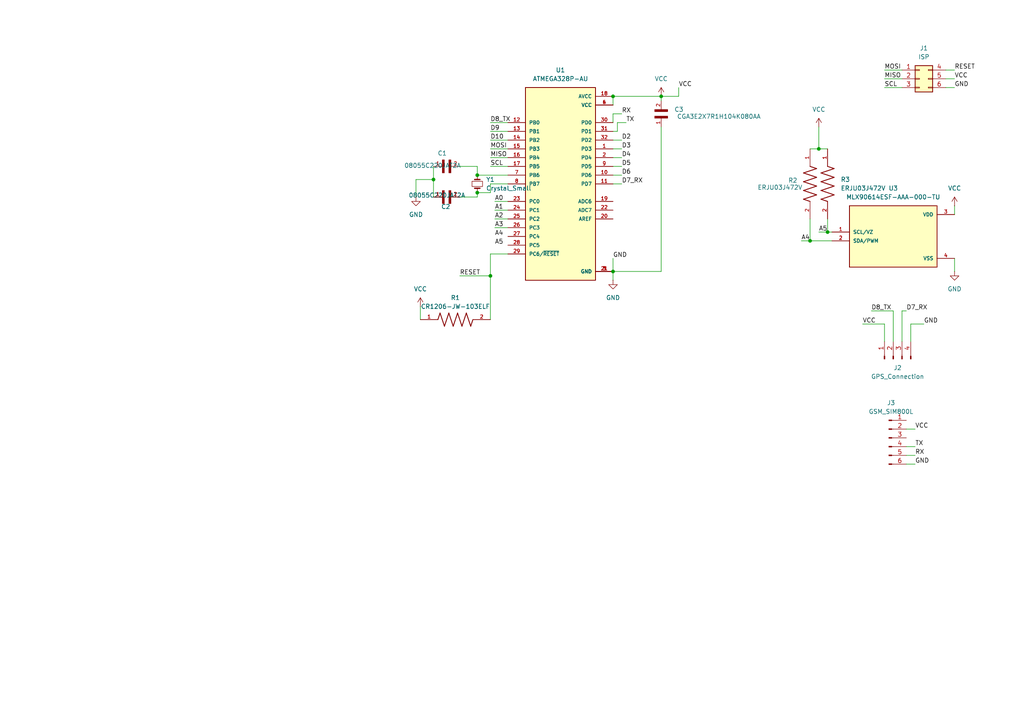
<source format=kicad_sch>
(kicad_sch (version 20250114) (generator "eeschema") (generator_version "9.0")
  (paper "A4")
  (lib_symbols
    (symbol "08055C220JAT2A:08055C220JAT2A" (pin_names (offset 1.016))
      (property "Reference" "C" (at 0 3.8109 0))
      (property "Value" "08055C220JAT2A" (at 0 -5.0885 0))
      (symbol "08055C220JAT2A_0_0"
        (rectangle (start 0 -1.9069) (end 0.635 1.905) (stroke (width 0.1)) (fill (type outline)))
        (rectangle (start 1.9069 -1.9069) (end 2.54 1.905) (stroke (width 0.1)) (fill (type outline)))
        (pin passive line (at -2.54 0 0) (length 2.54) (name "~") (number "1"))
        (pin passive line (at 5.08 0 180) (length 2.54) (name "~") (number "2"))
      )
    )
    (symbol "ATMEGA328P-AU:ATMEGA328P-AU" (pin_names (offset 1.016))
      (property "Reference" "U" (at -10.1755 29.2546 0))
      (property "Value" "ATMEGA328P-AU" (at -10.1669 -31.7714 0))
      (symbol "ATMEGA328P-AU_0_0"
        (rectangle (start -10.16 -27.94) (end 10.16 27.94) (stroke (width 0.254)) (fill (type background)))
        (pin bidirectional line (at -15.24 17.78 0) (length 5.08) (name "PB0") (number "12"))
        (pin bidirectional line (at -15.24 15.24 0) (length 5.08) (name "PB1") (number "13"))
        (pin bidirectional line (at -15.24 12.7 0) (length 5.08) (name "PB2") (number "14"))
        (pin bidirectional line (at -15.24 10.16 0) (length 5.08) (name "PB3") (number "15"))
        (pin bidirectional line (at -15.24 7.62 0) (length 5.08) (name "PB4") (number "16"))
        (pin bidirectional line (at -15.24 5.08 0) (length 5.08) (name "PB5") (number "17"))
        (pin bidirectional line (at -15.24 2.54 0) (length 5.08) (name "PB6") (number "7"))
        (pin bidirectional line (at -15.24 0 0) (length 5.08) (name "PB7") (number "8"))
        (pin bidirectional line (at -15.24 -5.08 0) (length 5.08) (name "PC0") (number "23"))
        (pin bidirectional line (at -15.24 -7.62 0) (length 5.08) (name "PC1") (number "24"))
        (pin bidirectional line (at -15.24 -10.16 0) (length 5.08) (name "PC2") (number "25"))
        (pin bidirectional line (at -15.24 -12.7 0) (length 5.08) (name "PC3") (number "26"))
        (pin bidirectional line (at -15.24 -15.24 0) (length 5.08) (name "PC4") (number "27"))
        (pin bidirectional line (at -15.24 -17.78 0) (length 5.08) (name "PC5") (number "28"))
        (pin bidirectional line (at -15.24 -20.32 0) (length 5.08) (name "PC6/~{RESET}") (number "29"))
        (pin power_in line (at 15.24 25.4 180) (length 5.08) (name "AVCC") (number "18"))
        (pin power_in line (at 15.24 22.86 180) (length 5.08) (name "VCC") (number "4"))
        (pin power_in line (at 15.24 22.86 180) (length 5.08) (name "VCC") (number "6"))
        (pin bidirectional line (at 15.24 17.78 180) (length 5.08) (name "PD0") (number "30"))
        (pin bidirectional line (at 15.24 15.24 180) (length 5.08) (name "PD1") (number "31"))
        (pin bidirectional line (at 15.24 12.7 180) (length 5.08) (name "PD2") (number "32"))
        (pin bidirectional line (at 15.24 10.16 180) (length 5.08) (name "PD3") (number "1"))
        (pin bidirectional line (at 15.24 7.62 180) (length 5.08) (name "PD4") (number "2"))
        (pin bidirectional line (at 15.24 5.08 180) (length 5.08) (name "PD5") (number "9"))
        (pin bidirectional line (at 15.24 2.54 180) (length 5.08) (name "PD6") (number "10"))
        (pin bidirectional line (at 15.24 0 180) (length 5.08) (name "PD7") (number "11"))
        (pin bidirectional line (at 15.24 -5.08 180) (length 5.08) (name "ADC6") (number "19"))
        (pin bidirectional line (at 15.24 -7.62 180) (length 5.08) (name "ADC7") (number "22"))
        (pin input line (at 15.24 -10.16 180) (length 5.08) (name "AREF") (number "20"))
        (pin power_in line (at 15.24 -25.4 180) (length 5.08) (name "GND") (number "21"))
        (pin power_in line (at 15.24 -25.4 180) (length 5.08) (name "GND") (number "3"))
        (pin power_in line (at 15.24 -25.4 180) (length 5.08) (name "GND") (number "5"))
      )
    )
    (symbol "CGA3E2X7R1H104K080AA:CGA3E2X7R1H104K080AA" (pin_names (offset 1.016))
      (property "Reference" "C" (at 0 3.8109 0))
      (property "Value" "CGA3E2X7R1H104K080AA" (at 0 -5.0885 0))
      (symbol "CGA3E2X7R1H104K080AA_0_0"
        (rectangle (start 0 -1.9069) (end 0.635 1.905) (stroke (width 0.1)) (fill (type outline)))
        (rectangle (start 1.9069 -1.9069) (end 2.54 1.905) (stroke (width 0.1)) (fill (type outline)))
        (pin passive line (at -2.54 0 0) (length 2.54) (name "~") (number "1"))
        (pin passive line (at 5.08 0 180) (length 2.54) (name "~") (number "2"))
      )
    )
    (symbol "CR1206-JW-103ELF:CR1206-JW-103ELF" (pin_names (offset 1.016))
      (property "Reference" "R" (at -7.6244 2.5415 0))
      (property "Value" "CR1206-JW-103ELF" (at -7.63 -5.0866 0))
      (symbol "CR1206-JW-103ELF_0_0"
        (polyline (pts (xy -5.08 0) (xy -4.445 1.905)) (stroke (width 0.254)))
        (polyline (pts (xy -4.445 1.905) (xy -3.175 -1.905)) (stroke (width 0.254)))
        (polyline (pts (xy -3.175 -1.905) (xy -1.905 1.905)) (stroke (width 0.254)))
        (polyline (pts (xy -1.905 1.905) (xy -0.635 -1.905)) (stroke (width 0.254)))
        (polyline (pts (xy -0.635 -1.905) (xy 0.635 1.905)) (stroke (width 0.254)))
        (polyline (pts (xy 0.635 1.905) (xy 1.905 -1.905)) (stroke (width 0.254)))
        (polyline (pts (xy 1.905 -1.905) (xy 3.175 1.905)) (stroke (width 0.254)))
        (polyline (pts (xy 3.175 1.905) (xy 4.445 -1.905)) (stroke (width 0.254)))
        (polyline (pts (xy 4.445 -1.905) (xy 5.08 0)) (stroke (width 0.254)))
        (pin passive line (at -10.16 0 0) (length 5.08) (name "~") (number "1"))
        (pin passive line (at 10.16 0 180) (length 5.08) (name "~") (number "2"))
      )
    )
    (symbol "Connector:Conn_01x04_Pin" (pin_names (offset 1.016) (hide yes))
      (property "Reference" "J" (at 0 5.08 0))
      (property "Value" "Conn_01x04_Pin" (at 0 -7.62 0))
      (symbol "Conn_01x04_Pin_1_1"
        (rectangle (start 0.8636 2.667) (end 0 2.413) (stroke (width 0.1524)) (fill (type outline)))
        (rectangle (start 0.8636 0.127) (end 0 -0.127) (stroke (width 0.1524)) (fill (type outline)))
        (rectangle (start 0.8636 -2.413) (end 0 -2.667) (stroke (width 0.1524)) (fill (type outline)))
        (rectangle (start 0.8636 -4.953) (end 0 -5.207) (stroke (width 0.1524)) (fill (type outline)))
        (polyline (pts (xy 1.27 2.54) (xy 0.8636 2.54)) (stroke (width 0.1524)))
        (polyline (pts (xy 1.27 0) (xy 0.8636 0)) (stroke (width 0.1524)))
        (polyline (pts (xy 1.27 -2.54) (xy 0.8636 -2.54)) (stroke (width 0.1524)))
        (polyline (pts (xy 1.27 -5.08) (xy 0.8636 -5.08)) (stroke (width 0.1524)))
        (pin passive line (at 5.08 2.54 180) (length 3.81) (name "Pin_1") (number "1"))
        (pin passive line (at 5.08 0 180) (length 3.81) (name "Pin_2") (number "2"))
        (pin passive line (at 5.08 -2.54 180) (length 3.81) (name "Pin_3") (number "3"))
        (pin passive line (at 5.08 -5.08 180) (length 3.81) (name "Pin_4") (number "4"))
      )
    )
    (symbol "Connector:Conn_01x06_Pin" (pin_names (offset 1.016) (hide yes))
      (property "Reference" "J" (at 0 7.62 0))
      (property "Value" "Conn_01x06_Pin" (at 0 -10.16 0))
      (symbol "Conn_01x06_Pin_1_1"
        (rectangle (start 0.8636 5.207) (end 0 4.953) (stroke (width 0.1524)) (fill (type outline)))
        (rectangle (start 0.8636 2.667) (end 0 2.413) (stroke (width 0.1524)) (fill (type outline)))
        (rectangle (start 0.8636 0.127) (end 0 -0.127) (stroke (width 0.1524)) (fill (type outline)))
        (rectangle (start 0.8636 -2.413) (end 0 -2.667) (stroke (width 0.1524)) (fill (type outline)))
        (rectangle (start 0.8636 -4.953) (end 0 -5.207) (stroke (width 0.1524)) (fill (type outline)))
        (rectangle (start 0.8636 -7.493) (end 0 -7.747) (stroke (width 0.1524)) (fill (type outline)))
        (polyline (pts (xy 1.27 5.08) (xy 0.8636 5.08)) (stroke (width 0.1524)))
        (polyline (pts (xy 1.27 2.54) (xy 0.8636 2.54)) (stroke (width 0.1524)))
        (polyline (pts (xy 1.27 0) (xy 0.8636 0)) (stroke (width 0.1524)))
        (polyline (pts (xy 1.27 -2.54) (xy 0.8636 -2.54)) (stroke (width 0.1524)))
        (polyline (pts (xy 1.27 -5.08) (xy 0.8636 -5.08)) (stroke (width 0.1524)))
        (polyline (pts (xy 1.27 -7.62) (xy 0.8636 -7.62)) (stroke (width 0.1524)))
        (pin passive line (at 5.08 5.08 180) (length 3.81) (name "Pin_1") (number "1"))
        (pin passive line (at 5.08 2.54 180) (length 3.81) (name "Pin_2") (number "2"))
        (pin passive line (at 5.08 0 180) (length 3.81) (name "Pin_3") (number "3"))
        (pin passive line (at 5.08 -2.54 180) (length 3.81) (name "Pin_4") (number "4"))
        (pin passive line (at 5.08 -5.08 180) (length 3.81) (name "Pin_5") (number "5"))
        (pin passive line (at 5.08 -7.62 180) (length 3.81) (name "Pin_6") (number "6"))
      )
    )
    (symbol "Connector_Generic:Conn_02x03_Top_Bottom" (pin_names (offset 1.016) (hide yes))
      (property "Reference" "J" (at 1.27 5.08 0))
      (property "Value" "Conn_02x03_Top_Bottom" (at 1.27 -5.08 0))
      (symbol "Conn_02x03_Top_Bottom_1_1"
        (rectangle (start -1.27 3.81) (end 3.81 -3.81) (stroke (width 0.254)) (fill (type background)))
        (rectangle (start -1.27 2.667) (end 0 2.413) (stroke (width 0.1524)))
        (rectangle (start -1.27 0.127) (end 0 -0.127) (stroke (width 0.1524)))
        (rectangle (start -1.27 -2.413) (end 0 -2.667) (stroke (width 0.1524)))
        (rectangle (start 3.81 2.667) (end 2.54 2.413) (stroke (width 0.1524)))
        (rectangle (start 3.81 0.127) (end 2.54 -0.127) (stroke (width 0.1524)))
        (rectangle (start 3.81 -2.413) (end 2.54 -2.667) (stroke (width 0.1524)))
        (pin passive line (at -5.08 2.54 0) (length 3.81) (name "Pin_1") (number "1"))
        (pin passive line (at -5.08 0 0) (length 3.81) (name "Pin_2") (number "2"))
        (pin passive line (at -5.08 -2.54 0) (length 3.81) (name "Pin_3") (number "3"))
        (pin passive line (at 7.62 2.54 180) (length 3.81) (name "Pin_4") (number "4"))
        (pin passive line (at 7.62 0 180) (length 3.81) (name "Pin_5") (number "5"))
        (pin passive line (at 7.62 -2.54 180) (length 3.81) (name "Pin_6") (number "6"))
      )
    )
    (symbol "Device:Crystal_Small" (pin_numbers (hide yes)) (pin_names (offset 1.016) (hide yes))
      (property "Reference" "Y" (at 0 2.54 0))
      (property "Value" "Crystal_Small" (at 0 -2.54 0))
      (symbol "Crystal_Small_0_1"
        (polyline (pts (xy -1.27 -0.762) (xy -1.27 0.762)) (stroke (width 0.381)))
        (rectangle (start -0.762 -1.524) (end 0.762 1.524))
        (polyline (pts (xy 1.27 -0.762) (xy 1.27 0.762)) (stroke (width 0.381)))
      )
      (symbol "Crystal_Small_1_1"
        (pin passive line (at -2.54 0 0) (length 1.27) (name "1") (number "1"))
        (pin passive line (at 2.54 0 180) (length 1.27) (name "2") (number "2"))
      )
    )
    (symbol "ERJU03J472V:ERJU03J472V" (pin_names (offset 1.016))
      (property "Reference" "R" (at -7.624 2.541 0))
      (property "Value" "ERJU03J472V" (at -7.624 -5.087 0))
      (symbol "ERJU03J472V_0_0"
        (polyline (pts (xy -5.08 0) (xy -4.445 1.905)) (stroke (width 0.254)))
        (polyline (pts (xy -4.445 1.905) (xy -3.175 -1.905)) (stroke (width 0.254)))
        (polyline (pts (xy -3.175 -1.905) (xy -1.905 1.905)) (stroke (width 0.254)))
        (polyline (pts (xy -1.905 1.905) (xy -0.635 -1.905)) (stroke (width 0.254)))
        (polyline (pts (xy -0.635 -1.905) (xy 0.635 1.905)) (stroke (width 0.254)))
        (polyline (pts (xy 0.635 1.905) (xy 1.905 -1.905)) (stroke (width 0.254)))
        (polyline (pts (xy 1.905 -1.905) (xy 3.175 1.905)) (stroke (width 0.254)))
        (polyline (pts (xy 3.175 1.905) (xy 4.445 -1.905)) (stroke (width 0.254)))
        (polyline (pts (xy 4.445 -1.905) (xy 5.08 0)) (stroke (width 0.254)))
        (pin passive line (at -10.16 0 0) (length 5.08) (name "~") (number "1"))
        (pin passive line (at 10.16 0 180) (length 5.08) (name "~") (number "2"))
      )
    )
    (symbol "MLX90614ESF-AAA-000-TU:MLX90614ESF-AAA-000-TU" (pin_names (offset 1.016))
      (property "Reference" "U" (at -12.7 8.382 0))
      (property "Value" "MLX90614ESF-AAA-000-TU" (at -12.7 -12.7 0))
      (symbol "MLX90614ESF-AAA-000-TU_0_0"
        (rectangle (start -12.7 -10.16) (end 12.7 7.62) (stroke (width 0.254)) (fill (type background)))
        (pin input line (at -17.78 0 0) (length 5.08) (name "SCL/VZ") (number "1"))
        (pin bidirectional line (at -17.78 -2.54 0) (length 5.08) (name "SDA/PWM") (number "2"))
        (pin power_in line (at 17.78 5.08 180) (length 5.08) (name "VDD") (number "3"))
        (pin power_in line (at 17.78 -7.62 180) (length 5.08) (name "VSS") (number "4"))
      )
    )
    (symbol "power:GND" (power) (pin_numbers (hide yes)) (pin_names (offset 0) (hide yes))
      (property "Value" "GND" (at 0 -3.81 0))
      (symbol "GND_0_1"
        (polyline (pts (xy 0 0) (xy 0 -1.27) (xy 1.27 -1.27) (xy 0 -2.54) (xy -1.27 -1.27) (xy 0 -1.27)))
      )
      (symbol "GND_1_1"
        (pin power_in line (at 0 0 270) (length 0) (name "~") (number "1"))
      )
    )
    (symbol "power:VCC" (power) (pin_numbers (hide yes)) (pin_names (offset 0) (hide yes))
      (property "Value" "VCC" (at 0 3.556 0))
      (symbol "VCC_0_1"
        (polyline (pts (xy -0.762 1.27) (xy 0 2.54)))
        (polyline (pts (xy 0 2.54) (xy 0.762 1.27)))
        (polyline (pts (xy 0 0) (xy 0 2.54)))
      )
      (symbol "VCC_1_1"
        (pin power_in line (at 0 0 90) (length 0) (name "~") (number "1"))
      )
    )
  )
  (junction (at 237.49 43.18))
  (junction (at 125.73 52.07))
  (junction (at 234.95 69.85))
  (junction (at 177.8 27.94))
  (junction (at 191.77 27.94))
  (junction (at 240.03 67.31))
  (junction (at 138.43 50.8))
  (junction (at 142.24 80.01))
  (junction (at 177.8 78.74))
  (junction (at 138.43 55.88))
  (wire (pts (xy 143.51 63.5) (xy 147.32 63.5)))
  (wire (pts (xy 142.24 53.34) (xy 147.32 53.34)))
  (wire (pts (xy 274.32 20.32) (xy 276.86 20.32)))
  (wire (pts (xy 267.97 93.98) (xy 264.16 93.98)))
  (wire (pts (xy 196.85 27.94) (xy 191.77 27.94)))
  (wire (pts (xy 240.03 67.31) (xy 241.3 67.31)))
  (wire (pts (xy 240.03 63.5) (xy 240.03 67.31)))
  (wire (pts (xy 142.24 45.72) (xy 147.32 45.72)))
  (wire (pts (xy 138.43 57.15) (xy 138.43 55.88)))
  (wire (pts (xy 234.95 63.5) (xy 234.95 69.85)))
  (wire (pts (xy 133.35 48.26) (xy 138.43 48.26)))
  (wire (pts (xy 143.51 58.42) (xy 147.32 58.42)))
  (wire (pts (xy 250.19 93.98) (xy 256.54 93.98)))
  (wire (pts (xy 142.24 40.64) (xy 147.32 40.64)))
  (wire (pts (xy 142.24 35.56) (xy 147.32 35.56)))
  (wire (pts (xy 179.07 35.56) (xy 181.61 35.56)))
  (wire (pts (xy 177.8 78.74) (xy 177.8 81.28)))
  (wire (pts (xy 142.24 80.01) (xy 142.24 92.71)))
  (wire (pts (xy 138.43 50.8) (xy 147.32 50.8)))
  (wire (pts (xy 274.32 22.86) (xy 276.86 22.86)))
  (wire (pts (xy 191.77 78.74) (xy 177.8 78.74)))
  (wire (pts (xy 191.77 36.83) (xy 191.77 78.74)))
  (wire (pts (xy 256.54 20.32) (xy 261.62 20.32)))
  (wire (pts (xy 142.24 55.88) (xy 142.24 53.34)))
  (wire (pts (xy 177.8 27.94) (xy 177.8 30.48)))
  (wire (pts (xy 177.8 45.72) (xy 180.34 45.72)))
  (wire (pts (xy 262.89 124.46) (xy 265.43 124.46)))
  (wire (pts (xy 177.8 27.94) (xy 191.77 27.94)))
  (wire (pts (xy 264.16 93.98) (xy 264.16 99.06)))
  (wire (pts (xy 252.73 90.17) (xy 259.08 90.17)))
  (wire (pts (xy 138.43 48.26) (xy 138.43 50.8)))
  (wire (pts (xy 177.8 43.18) (xy 180.34 43.18)))
  (wire (pts (xy 234.95 69.85) (xy 241.3 69.85)))
  (wire (pts (xy 256.54 25.4) (xy 261.62 25.4)))
  (wire (pts (xy 259.08 90.17) (xy 259.08 99.06)))
  (wire (pts (xy 177.8 53.34) (xy 180.34 53.34)))
  (wire (pts (xy 177.8 40.64) (xy 180.34 40.64)))
  (wire (pts (xy 274.32 25.4) (xy 276.86 25.4)))
  (wire (pts (xy 143.51 60.96) (xy 147.32 60.96)))
  (wire (pts (xy 237.49 67.31) (xy 240.03 67.31)))
  (wire (pts (xy 125.73 48.26) (xy 125.73 52.07)))
  (wire (pts (xy 120.65 57.15) (xy 120.65 52.07)))
  (wire (pts (xy 142.24 73.66) (xy 142.24 80.01)))
  (wire (pts (xy 177.8 38.1) (xy 179.07 38.1)))
  (wire (pts (xy 143.51 66.04) (xy 147.32 66.04)))
  (wire (pts (xy 177.8 50.8) (xy 180.34 50.8)))
  (wire (pts (xy 237.49 43.18) (xy 240.03 43.18)))
  (wire (pts (xy 125.73 52.07) (xy 125.73 57.15)))
  (wire (pts (xy 262.89 129.54) (xy 265.43 129.54)))
  (wire (pts (xy 147.32 48.26) (xy 142.24 48.26)))
  (wire (pts (xy 138.43 55.88) (xy 142.24 55.88)))
  (wire (pts (xy 262.89 132.08) (xy 265.43 132.08)))
  (wire (pts (xy 177.8 48.26) (xy 180.34 48.26)))
  (wire (pts (xy 133.35 57.15) (xy 138.43 57.15)))
  (wire (pts (xy 262.89 134.62) (xy 265.43 134.62)))
  (wire (pts (xy 133.35 80.01) (xy 142.24 80.01)))
  (wire (pts (xy 142.24 73.66) (xy 147.32 73.66)))
  (wire (pts (xy 256.54 93.98) (xy 256.54 99.06)))
  (wire (pts (xy 232.41 69.85) (xy 234.95 69.85)))
  (wire (pts (xy 191.77 29.21) (xy 191.77 27.94)))
  (wire (pts (xy 234.95 43.18) (xy 237.49 43.18)))
  (wire (pts (xy 120.65 52.07) (xy 125.73 52.07)))
  (wire (pts (xy 177.8 35.56) (xy 177.8 33.02)))
  (wire (pts (xy 237.49 36.83) (xy 237.49 43.18)))
  (wire (pts (xy 261.62 90.17) (xy 261.62 99.06)))
  (wire (pts (xy 142.24 43.18) (xy 147.32 43.18)))
  (wire (pts (xy 262.89 90.17) (xy 261.62 90.17)))
  (wire (pts (xy 276.86 59.69) (xy 276.86 62.23)))
  (wire (pts (xy 276.86 74.93) (xy 276.86 78.74)))
  (wire (pts (xy 177.8 33.02) (xy 180.34 33.02)))
  (wire (pts (xy 142.24 38.1) (xy 147.32 38.1)))
  (wire (pts (xy 121.92 88.9) (xy 121.92 92.71)))
  (wire (pts (xy 196.85 25.4) (xy 196.85 27.94)))
  (wire (pts (xy 256.54 22.86) (xy 261.62 22.86)))
  (wire (pts (xy 177.8 74.93) (xy 177.8 78.74)))
  (wire (pts (xy 179.07 38.1) (xy 179.07 35.56)))
  (label "D8_TX" (at 142.24 35.56 0))
  (label "D9" (at 142.24 38.1 0))
  (label "MOSI" (at 142.24 43.18 0))
  (label "GND" (at 276.86 25.4 0))
  (label "A5" (at 143.51 71.12 0))
  (label "A1" (at 143.51 60.96 0))
  (label "RX" (at 180.34 33.02 0))
  (label "GND" (at 267.97 93.98 0))
  (label "SCL" (at 142.24 48.26 0))
  (label "VCC" (at 250.19 93.98 0))
  (label "MOSI" (at 256.54 20.32 0))
  (label "SCL" (at 256.54 25.4 0))
  (label "D10" (at 142.24 40.64 0))
  (label "A5" (at 237.49 67.31 0))
  (label "D4" (at 180.34 45.72 0))
  (label "A2" (at 143.51 63.5 0))
  (label "A3" (at 143.51 66.04 0))
  (label "GND" (at 265.43 134.62 0))
  (label "VCC" (at 265.43 124.46 0))
  (label "VCC" (at 196.85 25.4 0))
  (label "A0" (at 143.51 58.42 0))
  (label "GND" (at 177.8 74.93 0))
  (label "RESET" (at 276.86 20.32 0))
  (label "A4" (at 143.51 68.58 0))
  (label "D6" (at 180.34 50.8 0))
  (label "RESET" (at 133.35 80.01 0))
  (label "D7_RX" (at 262.89 90.17 0))
  (label "D8_TX" (at 252.73 90.17 0))
  (label "D2" (at 180.34 40.64 0))
  (label "D7_RX" (at 180.34 53.34 0))
  (label "A4" (at 232.41 69.85 0))
  (label "MISO" (at 256.54 22.86 0))
  (label "D3" (at 180.34 43.18 0))
  (label "MISO" (at 142.24 45.72 0))
  (label "D5" (at 180.34 48.26 0))
  (label "RX" (at 265.43 132.08 0))
  (label "VCC" (at 276.86 22.86 0))
  (label "TX" (at 181.61 35.56 0))
  (label "TX" (at 265.43 129.54 0))
  (symbol (lib_id "08055C220JAT2A:08055C220JAT2A") (at 128.27 48.26 0) (unit 1)
    (property "Reference" "C1" (at 128.27 44.45 0))
    (property "Value" "08055C220JAT2A" (at 125.476 48.006 0))
    (property "Footprint" "custom_footprints:CAPC2012X94N" (effects (hide yes)))
    (property "MF" "AVX" (effects (hide yes)))
    (property "Description_1" "22 pF ±5% 50V Ceramic Capacitor X7R 0805 (2012 Metric)" (effects (hide yes)))
    (property "Package" "2012 AVX" (effects (hide yes)))
    (property "Price" "None" (effects (hide yes)))
    (property "SnapEDA_Link" "https://www.snapeda.com/parts/08055C220JAT2A/AVX/view-part/?ref=snap" (effects (hide yes)))
    (property "MP" "08055C220JAT2A" (effects (hide yes)))
    (property "Availability" "In Stock" (effects (hide yes)))
    (property "Check_prices" "https://www.snapeda.com/parts/08055C220JAT2A/AVX/view-part/?ref=eda" (effects (hide yes)))
  )
  (symbol (lib_id "CGA3E2X7R1H104K080AA:CGA3E2X7R1H104K080AA") (at 191.77 34.29 90) (unit 1)
    (property "Reference" "C3" (at 195.58 31.7499 90) (effects (justify right)))
    (property "Value" "CGA3E2X7R1H104K080AA" (at 196.342 33.782 90) (effects (justify right)))
    (property "Footprint" "custom_footprints:CAPC1608X90N" (effects (hide yes)))
    (property "DigiKey_Part_Number" "445-5666-2-ND" (effects (hide yes)))
    (property "SnapEDA_Link" "https://www.snapeda.com/parts/CGA3E2X7R1H104K080AA/TDK/view-part/?ref=snap" (effects (hide yes)))
    (property "Description_1" "0.1 µF ±10% 50V Ceramic Capacitor X7R 0603 (1608 Metric)" (effects (hide yes)))
    (property "MF" "TDK" (effects (hide yes)))
    (property "Package" "1608 TDK" (effects (hide yes)))
    (property "Check_prices" "https://www.snapeda.com/parts/CGA3E2X7R1H104K080AA/TDK/view-part/?ref=eda" (effects (hide yes)))
    (property "MP" "CGA3E2X7R1H104K080AA" (effects (hide yes)))
  )
  (symbol (lib_id "Connector_Generic:Conn_02x03_Top_Bottom") (at 266.7 22.86 0) (unit 1)
    (property "Reference" "J1" (at 267.97 13.97 0))
    (property "Value" "ISP" (at 267.97 16.51 0))
    (property "Footprint" "Connector_PinHeader_2.54mm:PinHeader_2x03_P2.54mm_Vertical" (effects (hide yes)))
    (property "Description" "Generic connector, double row, 02x03, top/bottom pin numbering scheme (row 1: 1...pins_per_row, row2: pins_per_row+1 ... num_pins), script generated (kicad-library-utils/schlib/autogen/connector/)" (effects (hide yes)))
  )
  (symbol (lib_id "ERJU03J472V:ERJU03J472V") (at 240.03 53.34 270) (unit 1)
    (property "Reference" "R3" (at 243.84 52.0699 90) (effects (justify left)))
    (property "Value" "ERJU03J472V" (at 243.84 54.6099 90) (effects (justify left)))
    (property "Footprint" "custom_footprints:RES_ERJU03J472V" (effects (hide yes)))
    (property "MF" "Panasonic" (effects (hide yes)))
    (property "MAXIMUM_PACKAGE_HEIGHT" "0.45 mm" (effects (hide yes)))
    (property "Package" "1608-2 Panasonic" (effects (hide yes)))
    (property "Price" "None" (effects (hide yes)))
    (property "Check_prices" "https://www.snapeda.com/parts/ERJ-U03J472V/Panasonic/view-part/?ref=eda" (effects (hide yes)))
    (property "STANDARD" "Manufacturer Recommendations" (effects (hide yes)))
    (property "PARTREV" "3/1/2020" (effects (hide yes)))
    (property "SnapEDA_Link" "https://www.snapeda.com/parts/ERJ-U03J472V/Panasonic/view-part/?ref=snap" (effects (hide yes)))
    (property "MP" "ERJ-U03J472V" (effects (hide yes)))
    (property "Description_1" "Anti-Sulfurated Thick Film Chip Resistors, ERJU03, ERJS03 Series, 4.7K Ohm +/-5% , 0.1W , 0603 size , chip resistor (1.60 x 0.80 x 0.45mm)" (effects (hide yes)))
    (property "Availability" "In Stock" (effects (hide yes)))
    (property "MANUFACTURER" "Panasonic" (effects (hide yes)))
  )
  (symbol (lib_id "power:VCC") (at 276.86 59.69 0) (unit 1)
    (property "Reference" "#PWR05" (effects (hide yes)))
    (property "Value" "VCC" (at 276.86 54.61 0))
    (property "Description" "Power symbol creates a global label with name \"VCC\"" (effects (hide yes)))
  )
  (symbol (lib_id "power:VCC") (at 121.92 88.9 0) (unit 1)
    (property "Reference" "#PWR02" (effects (hide yes)))
    (property "Value" "VCC" (at 121.92 83.82 0))
    (property "Description" "Power symbol creates a global label with name \"VCC\"" (effects (hide yes)))
  )
  (symbol (lib_id "power:GND") (at 177.8 81.28 0) (unit 1)
    (property "Reference" "#PWR03" (effects (hide yes)))
    (property "Value" "GND" (at 177.8 86.36 0))
    (property "Description" "Power symbol creates a global label with name \"GND\" , ground" (effects (hide yes)))
  )
  (symbol (lib_id "power:VCC") (at 237.49 36.83 0) (unit 1)
    (property "Reference" "#PWR06" (effects (hide yes)))
    (property "Value" "VCC" (at 237.49 31.75 0))
    (property "Description" "Power symbol creates a global label with name \"VCC\"" (effects (hide yes)))
  )
  (symbol (lib_id "08055C220JAT2A:08055C220JAT2A") (at 128.27 57.15 0) (unit 1)
    (property "Reference" "C2" (at 129.286 59.944 0))
    (property "Value" "08055C220JAT2A" (at 126.746 56.642 0))
    (property "Footprint" "custom_footprints:CAPC2012X94N" (effects (hide yes)))
    (property "MF" "AVX" (effects (hide yes)))
    (property "Description_1" "22 pF ±5% 50V Ceramic Capacitor X7R 0805 (2012 Metric)" (effects (hide yes)))
    (property "Package" "2012 AVX" (effects (hide yes)))
    (property "Price" "None" (effects (hide yes)))
    (property "SnapEDA_Link" "https://www.snapeda.com/parts/08055C220JAT2A/AVX/view-part/?ref=snap" (effects (hide yes)))
    (property "MP" "08055C220JAT2A" (effects (hide yes)))
    (property "Availability" "In Stock" (effects (hide yes)))
    (property "Check_prices" "https://www.snapeda.com/parts/08055C220JAT2A/AVX/view-part/?ref=eda" (effects (hide yes)))
  )
  (symbol (lib_id "MLX90614ESF-AAA-000-TU:MLX90614ESF-AAA-000-TU") (at 259.08 67.31 0) (unit 1)
    (property "Reference" "U3" (at 259.08 54.61 0))
    (property "Value" "MLX90614ESF-AAA-000-TU" (at 259.08 57.15 0))
    (property "Footprint" "custom_footprints:TO254P912H435-4" (effects (hide yes)))
    (property "MF" "Melexis" (effects (hide yes)))
    (property "MAXIMUM_PACKAGE_HEIGHT" "4.35mm" (effects (hide yes)))
    (property "Package" "TO-39-4 Melexis" (effects (hide yes)))
    (property "Price" "None" (effects (hide yes)))
    (property "Check_prices" "https://www.snapeda.com/parts/MLX90614ESF-AAA-000-TU/Melexis/view-part/?ref=eda" (effects (hide yes)))
    (property "STANDARD" "IPC-7351B" (effects (hide yes)))
    (property "PARTREV" "13" (effects (hide yes)))
    (property "SnapEDA_Link" "https://www.snapeda.com/parts/MLX90614ESF-AAA-000-TU/Melexis/view-part/?ref=snap" (effects (hide yes)))
    (property "MP" "MLX90614ESF-AAA-000-TU" (effects (hide yes)))
    (property "Description_1" "single pixel, 5V, standard acc., 90deg FOV" (effects (hide yes)))
    (property "Availability" "In Stock" (effects (hide yes)))
    (property "MANUFACTURER" "Melexis" (effects (hide yes)))
  )
  (symbol (lib_id "Device:Crystal_Small") (at 138.43 53.34 90) (unit 1)
    (property "Reference" "Y1" (at 140.97 52.0699 90) (effects (justify right)))
    (property "Value" "Crystal_Small" (at 140.97 54.6099 90) (effects (justify right)))
    (property "Footprint" "Crystal:Crystal_SMD_3215-2Pin_3.2x1.5mm" (effects (hide yes)))
    (property "Description" "Two pin crystal, small symbol" (effects (hide yes)))
  )
  (symbol (lib_id "CR1206-JW-103ELF:CR1206-JW-103ELF") (at 132.08 92.71 0) (unit 1)
    (property "Reference" "R1" (at 132.08 86.36 0))
    (property "Value" "CR1206-JW-103ELF" (at 132.08 88.9 0))
    (property "Footprint" "custom_footprints:RESC3216X75N" (effects (hide yes)))
    (property "MF" "Bourns" (effects (hide yes)))
    (property "Description_1" "CR1206 SMD Thick Film Resistor,10K 5% | Bourns CR1206-JW-103ELF" (effects (hide yes)))
    (property "Package" "3216 Bourns" (effects (hide yes)))
    (property "Price" "None" (effects (hide yes)))
    (property "SnapEDA_Link" "https://www.snapeda.com/parts/CR1206-JW-103ELF/Bourns/view-part/?ref=snap" (effects (hide yes)))
    (property "MP" "CR1206-JW-103ELF" (effects (hide yes)))
    (property "Availability" "In Stock" (effects (hide yes)))
    (property "Check_prices" "https://www.snapeda.com/parts/CR1206-JW-103ELF/Bourns/view-part/?ref=eda" (effects (hide yes)))
  )
  (symbol (lib_id "power:GND") (at 276.86 78.74 0) (unit 1)
    (property "Reference" "#PWR07" (effects (hide yes)))
    (property "Value" "GND" (at 276.86 83.82 0))
    (property "Description" "Power symbol creates a global label with name \"GND\" , ground" (effects (hide yes)))
  )
  (symbol (lib_id "power:GND") (at 120.65 57.15 0) (unit 1)
    (property "Reference" "#PWR01" (effects (hide yes)))
    (property "Value" "GND" (at 120.65 62.23 0))
    (property "Description" "Power symbol creates a global label with name \"GND\" , ground" (effects (hide yes)))
  )
  (symbol (lib_id "power:VCC") (at 191.77 27.94 0) (unit 1)
    (property "Reference" "#PWR04" (effects (hide yes)))
    (property "Value" "VCC" (at 191.77 22.86 0))
    (property "Description" "Power symbol creates a global label with name \"VCC\"" (effects (hide yes)))
  )
  (symbol (lib_id "ERJU03J472V:ERJU03J472V") (at 234.95 53.34 270) (unit 1)
    (property "Reference" "R2" (at 228.6 52.324 90) (effects (justify left)))
    (property "Value" "ERJU03J472V" (at 219.71 54.356 90) (effects (justify left)))
    (property "Footprint" "custom_footprints:RES_ERJU03J472V" (effects (hide yes)))
    (property "MF" "Panasonic" (effects (hide yes)))
    (property "MAXIMUM_PACKAGE_HEIGHT" "0.45 mm" (effects (hide yes)))
    (property "Package" "1608-2 Panasonic" (effects (hide yes)))
    (property "Price" "None" (effects (hide yes)))
    (property "Check_prices" "https://www.snapeda.com/parts/ERJ-U03J472V/Panasonic/view-part/?ref=eda" (effects (hide yes)))
    (property "STANDARD" "Manufacturer Recommendations" (effects (hide yes)))
    (property "PARTREV" "3/1/2020" (effects (hide yes)))
    (property "SnapEDA_Link" "https://www.snapeda.com/parts/ERJ-U03J472V/Panasonic/view-part/?ref=snap" (effects (hide yes)))
    (property "MP" "ERJ-U03J472V" (effects (hide yes)))
    (property "Description_1" "Anti-Sulfurated Thick Film Chip Resistors, ERJU03, ERJS03 Series, 4.7K Ohm +/-5% , 0.1W , 0603 size , chip resistor (1.60 x 0.80 x 0.45mm)" (effects (hide yes)))
    (property "Availability" "In Stock" (effects (hide yes)))
    (property "MANUFACTURER" "Panasonic" (effects (hide yes)))
  )
  (symbol (lib_id "Connector:Conn_01x04_Pin") (at 259.08 104.14 90) (unit 1)
    (property "Reference" "J2" (at 260.35 106.68 90))
    (property "Value" "GPS_Connection" (at 260.35 109.22 90))
    (property "Footprint" "Connector_PinHeader_2.54mm:PinHeader_1x04_P2.54mm_Vertical" (effects (hide yes)))
    (property "Description" "Generic connector, single row, 01x04, script generated" (effects (hide yes)))
  )
  (symbol (lib_id "ATMEGA328P-AU:ATMEGA328P-AU") (at 162.56 53.34 0) (unit 1)
    (property "Reference" "U1" (at 162.56 20.32 0))
    (property "Value" "ATMEGA328P-AU" (at 162.56 22.86 0))
    (property "Footprint" "custom_footprints:QFP80P900X900X120-32N" (effects (hide yes)))
    (property "MF" "MICROCHIP TECH." (effects (hide yes)))
    (property "MAXIMUM_PACKAGE_HEIGHT" "1.20mm" (effects (hide yes)))
    (property "Package" "TQFP-32 Microchip" (effects (hide yes)))
    (property "Price" "None" (effects (hide yes)))
    (property "Check_prices" "https://www.snapeda.com/parts/ATMEGA328P-AU/Microchip/view-part/?ref=eda" (effects (hide yes)))
    (property "STANDARD" "IPC-7351B" (effects (hide yes)))
    (property "PARTREV" "8271A" (effects (hide yes)))
    (property "SnapEDA_Link" "https://www.snapeda.com/parts/ATMEGA328P-AU/Microchip/view-part/?ref=snap" (effects (hide yes)))
    (property "MP" "ATMEGA328P-AU" (effects (hide yes)))
    (property "Description_1" "MCU 8-bit - AVR ATmega Family ATmega328 Series Microcontrollers - 20 MHz - 32 KB - 2 KB - 32 Pins." (effects (hide yes)))
    (property "Availability" "In Stock" (effects (hide yes)))
    (property "MANUFACTURER" "Microchip" (effects (hide yes)))
  )
  (symbol (lib_id "Connector:Conn_01x06_Pin") (at 257.81 127 0) (unit 1)
    (property "Reference" "J3" (at 258.445 116.84 0))
    (property "Value" "GSM_SIM800L" (at 258.445 119.38 0))
    (property "Footprint" "Connector_PinHeader_2.54mm:PinHeader_1x06_P2.54mm_Vertical" (effects (hide yes)))
    (property "Description" "Generic connector, single row, 01x06, script generated" (effects (hide yes)))
  )
)
</source>
